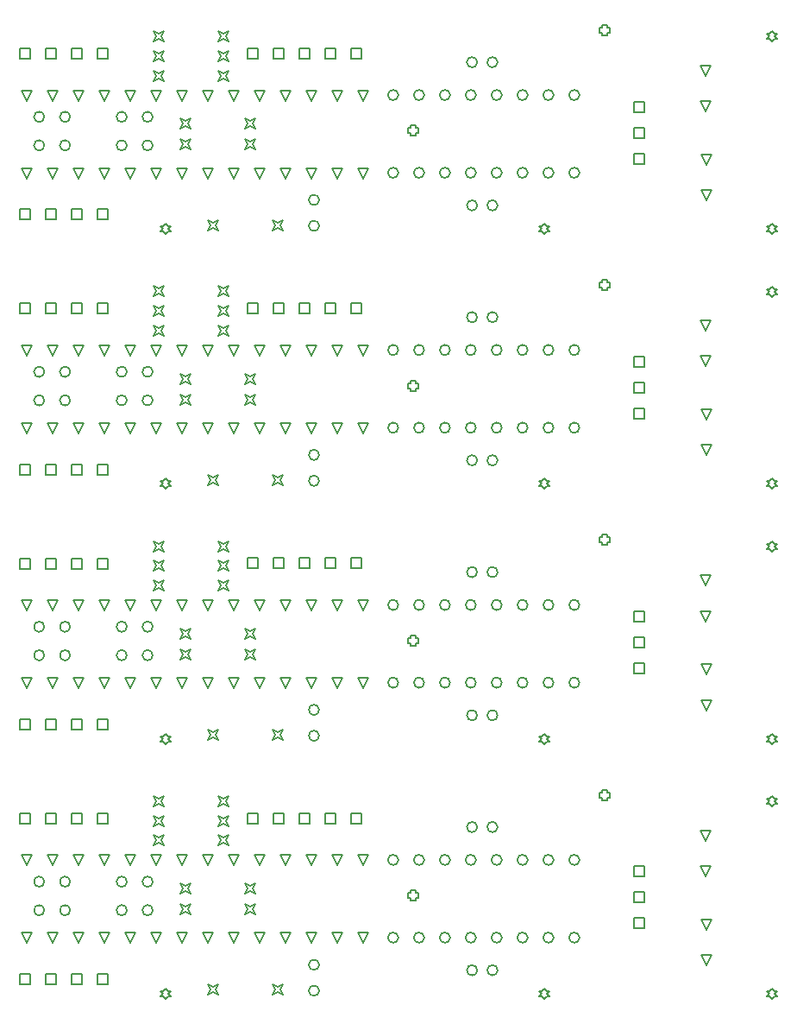
<source format=gbr>
%TF.GenerationSoftware,Altium Limited,Altium Designer,21.4.1 (30)*%
G04 Layer_Color=2752767*
%FSLAX26Y26*%
%MOIN*%
%TF.SameCoordinates,FA171619-A988-4B02-9C22-6D3C25DF24D0*%
%TF.FilePolarity,Positive*%
%TF.FileFunction,Drawing*%
%TF.Part,ProductionPanel*%
G01*
G75*
%TA.AperFunction,NonConductor*%
%ADD87C,0.005000*%
%ADD88C,0.006667*%
D87*
X2142669Y779153D02*
Y819153D01*
X2182669D01*
Y779153D01*
X2142669D01*
X2042669D02*
Y819153D01*
X2082669D01*
Y779153D01*
X2042669D01*
X1942669D02*
Y819153D01*
X1982669D01*
Y779153D01*
X1942669D01*
X1842669D02*
Y819153D01*
X1882669D01*
Y779153D01*
X1842669D01*
X1742669D02*
Y819153D01*
X1782669D01*
Y779153D01*
X1742669D01*
X3514441Y574602D02*
X3494441Y614602D01*
X3534441D01*
X3514441Y574602D01*
Y712397D02*
X3494441Y752397D01*
X3534441D01*
X3514441Y712397D01*
X3770441Y844397D02*
X3780441Y854397D01*
X3790441D01*
X3780441Y864397D01*
X3790441Y874397D01*
X3780441D01*
X3770441Y884397D01*
X3760441Y874397D01*
X3750441D01*
X3760441Y864397D01*
X3750441Y854397D01*
X3760441D01*
X3770441Y844397D01*
X1162417Y777972D02*
Y817972D01*
X1202417D01*
Y777972D01*
X1162417D01*
X1062417D02*
Y817972D01*
X1102417D01*
Y777972D01*
X1062417D01*
X962417D02*
Y817972D01*
X1002417D01*
Y777972D01*
X962417D01*
X862417D02*
Y817972D01*
X902417D01*
Y777972D01*
X862417D01*
X1378440Y769291D02*
X1388440Y789291D01*
X1378440Y809291D01*
X1398440Y799291D01*
X1418440Y809291D01*
X1408440Y789291D01*
X1418440Y769291D01*
X1398440Y779291D01*
X1378440Y769291D01*
X1628440D02*
X1638440Y789291D01*
X1628440Y809291D01*
X1648440Y799291D01*
X1668440Y809291D01*
X1658440Y789291D01*
X1668440Y769291D01*
X1648440Y779291D01*
X1628440Y769291D01*
Y693185D02*
X1638440Y713185D01*
X1628440Y733185D01*
X1648440Y723185D01*
X1668440Y733185D01*
X1658440Y713185D01*
X1668440Y693185D01*
X1648440Y703185D01*
X1628440Y693185D01*
X1378440D02*
X1388440Y713185D01*
X1378440Y733185D01*
X1398440Y723185D01*
X1418440Y733185D01*
X1408440Y713185D01*
X1418440Y693185D01*
X1398440Y703185D01*
X1378440Y693185D01*
Y845397D02*
X1388440Y865397D01*
X1378440Y885397D01*
X1398440Y875397D01*
X1418440Y885397D01*
X1408440Y865397D01*
X1418440Y845397D01*
X1398440Y855397D01*
X1378440Y845397D01*
X1628440D02*
X1638440Y865397D01*
X1628440Y885397D01*
X1648440Y875397D01*
X1668440Y885397D01*
X1658440Y865397D01*
X1668440Y845397D01*
X1648440Y855397D01*
X1628440Y845397D01*
X862023Y157397D02*
Y197397D01*
X902023D01*
Y157397D01*
X862023D01*
X962023D02*
Y197397D01*
X1002023D01*
Y157397D01*
X962023D01*
X1062023D02*
Y197397D01*
X1102023D01*
Y157397D01*
X1062023D01*
X1162023D02*
Y197397D01*
X1202023D01*
Y157397D01*
X1162023D01*
X1840222Y116397D02*
X1850222Y136397D01*
X1840222Y156397D01*
X1860222Y146397D01*
X1880222Y156397D01*
X1870222Y136397D01*
X1880222Y116397D01*
X1860222Y126397D01*
X1840222Y116397D01*
X1590222D02*
X1600222Y136397D01*
X1590222Y156397D01*
X1610222Y146397D01*
X1630222Y156397D01*
X1620222Y136397D01*
X1630222Y116397D01*
X1610222Y126397D01*
X1590222Y116397D01*
X2888441Y101397D02*
X2898441Y111397D01*
X2908441D01*
X2898441Y121397D01*
X2908441Y131397D01*
X2898441D01*
X2888441Y141397D01*
X2878441Y131397D01*
X2868441D01*
X2878441Y121397D01*
X2868441Y111397D01*
X2878441D01*
X2888441Y101397D01*
X1427440D02*
X1437440Y111397D01*
X1447440D01*
X1437440Y121397D01*
X1447440Y131397D01*
X1437440D01*
X1427440Y141397D01*
X1417440Y131397D01*
X1407440D01*
X1417440Y121397D01*
X1407440Y111397D01*
X1417440D01*
X1427440Y101397D01*
X3235441Y373397D02*
Y413397D01*
X3275441D01*
Y373397D01*
X3235441D01*
Y473397D02*
Y513397D01*
X3275441D01*
Y473397D01*
X3235441D01*
Y573397D02*
Y613397D01*
X3275441D01*
Y573397D01*
X3235441D01*
X3516338Y369295D02*
X3496338Y409295D01*
X3536338D01*
X3516338Y369295D01*
Y231500D02*
X3496338Y271500D01*
X3536338D01*
X3516338Y231500D01*
X3770441Y101397D02*
X3780441Y111397D01*
X3790441D01*
X3780441Y121397D01*
X3790441Y131397D01*
X3780441D01*
X3770441Y141397D01*
X3760441Y131397D01*
X3750441D01*
X3760441Y121397D01*
X3750441Y111397D01*
X3760441D01*
X3770441Y101397D01*
X889441Y316397D02*
X869441Y356397D01*
X909441D01*
X889441Y316397D01*
X989441D02*
X969441Y356397D01*
X1009441D01*
X989441Y316397D01*
X1089440D02*
X1069440Y356397D01*
X1109440D01*
X1089440Y316397D01*
X1189440D02*
X1169440Y356397D01*
X1209440D01*
X1189440Y316397D01*
X1289440D02*
X1269440Y356397D01*
X1309440D01*
X1289440Y316397D01*
X1389440D02*
X1369440Y356397D01*
X1409440D01*
X1389440Y316397D01*
X1489440D02*
X1469440Y356397D01*
X1509440D01*
X1489440Y316397D01*
X1589440D02*
X1569440Y356397D01*
X1609440D01*
X1589440Y316397D01*
X1689440D02*
X1669440Y356397D01*
X1709440D01*
X1689440Y316397D01*
X1789440D02*
X1769440Y356397D01*
X1809440D01*
X1789440Y316397D01*
X1889440D02*
X1869440Y356397D01*
X1909440D01*
X1889440Y316397D01*
X1989440D02*
X1969440Y356397D01*
X2009440D01*
X1989440Y316397D01*
X2089441D02*
X2069441Y356397D01*
X2109441D01*
X2089441Y316397D01*
X2189441D02*
X2169441Y356397D01*
X2209441D01*
X2189441Y316397D01*
X889441Y616397D02*
X869441Y656397D01*
X909441D01*
X889441Y616397D01*
X989441D02*
X969441Y656397D01*
X1009441D01*
X989441Y616397D01*
X1089440D02*
X1069440Y656397D01*
X1109440D01*
X1089440Y616397D01*
X1189440D02*
X1169440Y656397D01*
X1209440D01*
X1189440Y616397D01*
X1289440D02*
X1269440Y656397D01*
X1309440D01*
X1289440Y616397D01*
X1389440D02*
X1369440Y656397D01*
X1409440D01*
X1389440Y616397D01*
X1489440D02*
X1469440Y656397D01*
X1509440D01*
X1489440Y616397D01*
X1589440D02*
X1569440Y656397D01*
X1609440D01*
X1589440Y616397D01*
X1689440D02*
X1669440Y656397D01*
X1709440D01*
X1689440Y616397D01*
X1789440D02*
X1769440Y656397D01*
X1809440D01*
X1789440Y616397D01*
X1889440D02*
X1869440Y656397D01*
X1909440D01*
X1889440Y616397D01*
X1989440D02*
X1969440Y656397D01*
X2009440D01*
X1989440Y616397D01*
X2089441D02*
X2069441Y656397D01*
X2109441D01*
X2089441Y616397D01*
X2189441D02*
X2169441Y656397D01*
X2209441D01*
X2189441Y616397D01*
X1483440Y427397D02*
X1493440Y447397D01*
X1483440Y467397D01*
X1503440Y457397D01*
X1523440Y467397D01*
X1513440Y447397D01*
X1523440Y427397D01*
X1503440Y437397D01*
X1483440Y427397D01*
X1733440D02*
X1743440Y447397D01*
X1733440Y467397D01*
X1753440Y457397D01*
X1773440Y467397D01*
X1763440Y447397D01*
X1773440Y427397D01*
X1753440Y437397D01*
X1733440Y427397D01*
X1483440Y507397D02*
X1493440Y527397D01*
X1483440Y547397D01*
X1503440Y537397D01*
X1523440Y547397D01*
X1513440Y527397D01*
X1523440Y507397D01*
X1503440Y517397D01*
X1483440Y507397D01*
X1733440D02*
X1743440Y527397D01*
X1733440Y547397D01*
X1753440Y537397D01*
X1773440Y547397D01*
X1763440Y527397D01*
X1773440Y507397D01*
X1753440Y517397D01*
X1733440Y507397D01*
X3114160Y879678D02*
Y869678D01*
X3134160D01*
Y879678D01*
X3144160D01*
Y899678D01*
X3134160D01*
Y909678D01*
X3114160D01*
Y899678D01*
X3104160D01*
Y879678D01*
X3114160D01*
X2373441Y490397D02*
Y480397D01*
X2393441D01*
Y490397D01*
X2403441D01*
Y510397D01*
X2393441D01*
Y520397D01*
X2373441D01*
Y510397D01*
X2363441D01*
Y490397D01*
X2373441D01*
X2142669Y1763405D02*
Y1803405D01*
X2182669D01*
Y1763405D01*
X2142669D01*
X2042669D02*
Y1803405D01*
X2082669D01*
Y1763405D01*
X2042669D01*
X1942669D02*
Y1803405D01*
X1982669D01*
Y1763405D01*
X1942669D01*
X1842669D02*
Y1803405D01*
X1882669D01*
Y1763405D01*
X1842669D01*
X1742669D02*
Y1803405D01*
X1782669D01*
Y1763405D01*
X1742669D01*
X3514441Y1558854D02*
X3494441Y1598854D01*
X3534441D01*
X3514441Y1558854D01*
Y1696649D02*
X3494441Y1736649D01*
X3534441D01*
X3514441Y1696649D01*
X3770441Y1828649D02*
X3780441Y1838649D01*
X3790441D01*
X3780441Y1848649D01*
X3790441Y1858649D01*
X3780441D01*
X3770441Y1868649D01*
X3760441Y1858649D01*
X3750441D01*
X3760441Y1848649D01*
X3750441Y1838649D01*
X3760441D01*
X3770441Y1828649D01*
X1162417Y1762224D02*
Y1802224D01*
X1202417D01*
Y1762224D01*
X1162417D01*
X1062417D02*
Y1802224D01*
X1102417D01*
Y1762224D01*
X1062417D01*
X962417D02*
Y1802224D01*
X1002417D01*
Y1762224D01*
X962417D01*
X862417D02*
Y1802224D01*
X902417D01*
Y1762224D01*
X862417D01*
X1378440Y1753543D02*
X1388440Y1773543D01*
X1378440Y1793543D01*
X1398440Y1783543D01*
X1418440Y1793543D01*
X1408440Y1773543D01*
X1418440Y1753543D01*
X1398440Y1763543D01*
X1378440Y1753543D01*
X1628440D02*
X1638440Y1773543D01*
X1628440Y1793543D01*
X1648440Y1783543D01*
X1668440Y1793543D01*
X1658440Y1773543D01*
X1668440Y1753543D01*
X1648440Y1763543D01*
X1628440Y1753543D01*
Y1677437D02*
X1638440Y1697437D01*
X1628440Y1717437D01*
X1648440Y1707437D01*
X1668440Y1717437D01*
X1658440Y1697437D01*
X1668440Y1677437D01*
X1648440Y1687437D01*
X1628440Y1677437D01*
X1378440D02*
X1388440Y1697437D01*
X1378440Y1717437D01*
X1398440Y1707437D01*
X1418440Y1717437D01*
X1408440Y1697437D01*
X1418440Y1677437D01*
X1398440Y1687437D01*
X1378440Y1677437D01*
Y1829649D02*
X1388440Y1849649D01*
X1378440Y1869649D01*
X1398440Y1859649D01*
X1418440Y1869649D01*
X1408440Y1849649D01*
X1418440Y1829649D01*
X1398440Y1839649D01*
X1378440Y1829649D01*
X1628440D02*
X1638440Y1849649D01*
X1628440Y1869649D01*
X1648440Y1859649D01*
X1668440Y1869649D01*
X1658440Y1849649D01*
X1668440Y1829649D01*
X1648440Y1839649D01*
X1628440Y1829649D01*
X862023Y1141649D02*
Y1181649D01*
X902023D01*
Y1141649D01*
X862023D01*
X962023D02*
Y1181649D01*
X1002023D01*
Y1141649D01*
X962023D01*
X1062023D02*
Y1181649D01*
X1102023D01*
Y1141649D01*
X1062023D01*
X1162023D02*
Y1181649D01*
X1202023D01*
Y1141649D01*
X1162023D01*
X1840222Y1100649D02*
X1850222Y1120649D01*
X1840222Y1140649D01*
X1860222Y1130649D01*
X1880222Y1140649D01*
X1870222Y1120649D01*
X1880222Y1100649D01*
X1860222Y1110649D01*
X1840222Y1100649D01*
X1590222D02*
X1600222Y1120649D01*
X1590222Y1140649D01*
X1610222Y1130649D01*
X1630222Y1140649D01*
X1620222Y1120649D01*
X1630222Y1100649D01*
X1610222Y1110649D01*
X1590222Y1100649D01*
X2888441Y1085649D02*
X2898441Y1095649D01*
X2908441D01*
X2898441Y1105649D01*
X2908441Y1115649D01*
X2898441D01*
X2888441Y1125649D01*
X2878441Y1115649D01*
X2868441D01*
X2878441Y1105649D01*
X2868441Y1095649D01*
X2878441D01*
X2888441Y1085649D01*
X1427440D02*
X1437440Y1095649D01*
X1447440D01*
X1437440Y1105649D01*
X1447440Y1115649D01*
X1437440D01*
X1427440Y1125649D01*
X1417440Y1115649D01*
X1407440D01*
X1417440Y1105649D01*
X1407440Y1095649D01*
X1417440D01*
X1427440Y1085649D01*
X3235441Y1357649D02*
Y1397649D01*
X3275441D01*
Y1357649D01*
X3235441D01*
Y1457649D02*
Y1497649D01*
X3275441D01*
Y1457649D01*
X3235441D01*
Y1557649D02*
Y1597649D01*
X3275441D01*
Y1557649D01*
X3235441D01*
X3516338Y1353547D02*
X3496338Y1393547D01*
X3536338D01*
X3516338Y1353547D01*
Y1215752D02*
X3496338Y1255752D01*
X3536338D01*
X3516338Y1215752D01*
X3770441Y1085649D02*
X3780441Y1095649D01*
X3790441D01*
X3780441Y1105649D01*
X3790441Y1115649D01*
X3780441D01*
X3770441Y1125649D01*
X3760441Y1115649D01*
X3750441D01*
X3760441Y1105649D01*
X3750441Y1095649D01*
X3760441D01*
X3770441Y1085649D01*
X889441Y1300649D02*
X869441Y1340649D01*
X909441D01*
X889441Y1300649D01*
X989441D02*
X969441Y1340649D01*
X1009441D01*
X989441Y1300649D01*
X1089440D02*
X1069440Y1340649D01*
X1109440D01*
X1089440Y1300649D01*
X1189440D02*
X1169440Y1340649D01*
X1209440D01*
X1189440Y1300649D01*
X1289440D02*
X1269440Y1340649D01*
X1309440D01*
X1289440Y1300649D01*
X1389440D02*
X1369440Y1340649D01*
X1409440D01*
X1389440Y1300649D01*
X1489440D02*
X1469440Y1340649D01*
X1509440D01*
X1489440Y1300649D01*
X1589440D02*
X1569440Y1340649D01*
X1609440D01*
X1589440Y1300649D01*
X1689440D02*
X1669440Y1340649D01*
X1709440D01*
X1689440Y1300649D01*
X1789440D02*
X1769440Y1340649D01*
X1809440D01*
X1789440Y1300649D01*
X1889440D02*
X1869440Y1340649D01*
X1909440D01*
X1889440Y1300649D01*
X1989440D02*
X1969440Y1340649D01*
X2009440D01*
X1989440Y1300649D01*
X2089441D02*
X2069441Y1340649D01*
X2109441D01*
X2089441Y1300649D01*
X2189441D02*
X2169441Y1340649D01*
X2209441D01*
X2189441Y1300649D01*
X889441Y1600649D02*
X869441Y1640649D01*
X909441D01*
X889441Y1600649D01*
X989441D02*
X969441Y1640649D01*
X1009441D01*
X989441Y1600649D01*
X1089440D02*
X1069440Y1640649D01*
X1109440D01*
X1089440Y1600649D01*
X1189440D02*
X1169440Y1640649D01*
X1209440D01*
X1189440Y1600649D01*
X1289440D02*
X1269440Y1640649D01*
X1309440D01*
X1289440Y1600649D01*
X1389440D02*
X1369440Y1640649D01*
X1409440D01*
X1389440Y1600649D01*
X1489440D02*
X1469440Y1640649D01*
X1509440D01*
X1489440Y1600649D01*
X1589440D02*
X1569440Y1640649D01*
X1609440D01*
X1589440Y1600649D01*
X1689440D02*
X1669440Y1640649D01*
X1709440D01*
X1689440Y1600649D01*
X1789440D02*
X1769440Y1640649D01*
X1809440D01*
X1789440Y1600649D01*
X1889440D02*
X1869440Y1640649D01*
X1909440D01*
X1889440Y1600649D01*
X1989440D02*
X1969440Y1640649D01*
X2009440D01*
X1989440Y1600649D01*
X2089441D02*
X2069441Y1640649D01*
X2109441D01*
X2089441Y1600649D01*
X2189441D02*
X2169441Y1640649D01*
X2209441D01*
X2189441Y1600649D01*
X1483440Y1411649D02*
X1493440Y1431649D01*
X1483440Y1451649D01*
X1503440Y1441649D01*
X1523440Y1451649D01*
X1513440Y1431649D01*
X1523440Y1411649D01*
X1503440Y1421649D01*
X1483440Y1411649D01*
X1733440D02*
X1743440Y1431649D01*
X1733440Y1451649D01*
X1753440Y1441649D01*
X1773440Y1451649D01*
X1763440Y1431649D01*
X1773440Y1411649D01*
X1753440Y1421649D01*
X1733440Y1411649D01*
X1483440Y1491649D02*
X1493440Y1511649D01*
X1483440Y1531649D01*
X1503440Y1521649D01*
X1523440Y1531649D01*
X1513440Y1511649D01*
X1523440Y1491649D01*
X1503440Y1501649D01*
X1483440Y1491649D01*
X1733440D02*
X1743440Y1511649D01*
X1733440Y1531649D01*
X1753440Y1521649D01*
X1773440Y1531649D01*
X1763440Y1511649D01*
X1773440Y1491649D01*
X1753440Y1501649D01*
X1733440Y1491649D01*
X3114160Y1863930D02*
Y1853930D01*
X3134160D01*
Y1863930D01*
X3144160D01*
Y1883930D01*
X3134160D01*
Y1893930D01*
X3114160D01*
Y1883930D01*
X3104160D01*
Y1863930D01*
X3114160D01*
X2373441Y1474649D02*
Y1464649D01*
X2393441D01*
Y1474649D01*
X2403441D01*
Y1494649D01*
X2393441D01*
Y1504649D01*
X2373441D01*
Y1494649D01*
X2363441D01*
Y1474649D01*
X2373441D01*
X2142669Y2747657D02*
Y2787657D01*
X2182669D01*
Y2747657D01*
X2142669D01*
X2042669D02*
Y2787657D01*
X2082669D01*
Y2747657D01*
X2042669D01*
X1942669D02*
Y2787657D01*
X1982669D01*
Y2747657D01*
X1942669D01*
X1842669D02*
Y2787657D01*
X1882669D01*
Y2747657D01*
X1842669D01*
X1742669D02*
Y2787657D01*
X1782669D01*
Y2747657D01*
X1742669D01*
X3514441Y2543106D02*
X3494441Y2583106D01*
X3534441D01*
X3514441Y2543106D01*
Y2680901D02*
X3494441Y2720901D01*
X3534441D01*
X3514441Y2680901D01*
X3770441Y2812901D02*
X3780441Y2822901D01*
X3790441D01*
X3780441Y2832901D01*
X3790441Y2842901D01*
X3780441D01*
X3770441Y2852901D01*
X3760441Y2842901D01*
X3750441D01*
X3760441Y2832901D01*
X3750441Y2822901D01*
X3760441D01*
X3770441Y2812901D01*
X1162417Y2746476D02*
Y2786476D01*
X1202417D01*
Y2746476D01*
X1162417D01*
X1062417D02*
Y2786476D01*
X1102417D01*
Y2746476D01*
X1062417D01*
X962417D02*
Y2786476D01*
X1002417D01*
Y2746476D01*
X962417D01*
X862417D02*
Y2786476D01*
X902417D01*
Y2746476D01*
X862417D01*
X1378440Y2737795D02*
X1388440Y2757795D01*
X1378440Y2777795D01*
X1398440Y2767795D01*
X1418440Y2777795D01*
X1408440Y2757795D01*
X1418440Y2737795D01*
X1398440Y2747795D01*
X1378440Y2737795D01*
X1628440D02*
X1638440Y2757795D01*
X1628440Y2777795D01*
X1648440Y2767795D01*
X1668440Y2777795D01*
X1658440Y2757795D01*
X1668440Y2737795D01*
X1648440Y2747795D01*
X1628440Y2737795D01*
Y2661689D02*
X1638440Y2681689D01*
X1628440Y2701689D01*
X1648440Y2691689D01*
X1668440Y2701689D01*
X1658440Y2681689D01*
X1668440Y2661689D01*
X1648440Y2671689D01*
X1628440Y2661689D01*
X1378440D02*
X1388440Y2681689D01*
X1378440Y2701689D01*
X1398440Y2691689D01*
X1418440Y2701689D01*
X1408440Y2681689D01*
X1418440Y2661689D01*
X1398440Y2671689D01*
X1378440Y2661689D01*
Y2813901D02*
X1388440Y2833901D01*
X1378440Y2853901D01*
X1398440Y2843901D01*
X1418440Y2853901D01*
X1408440Y2833901D01*
X1418440Y2813901D01*
X1398440Y2823901D01*
X1378440Y2813901D01*
X1628440D02*
X1638440Y2833901D01*
X1628440Y2853901D01*
X1648440Y2843901D01*
X1668440Y2853901D01*
X1658440Y2833901D01*
X1668440Y2813901D01*
X1648440Y2823901D01*
X1628440Y2813901D01*
X862023Y2125901D02*
Y2165901D01*
X902023D01*
Y2125901D01*
X862023D01*
X962023D02*
Y2165901D01*
X1002023D01*
Y2125901D01*
X962023D01*
X1062023D02*
Y2165901D01*
X1102023D01*
Y2125901D01*
X1062023D01*
X1162023D02*
Y2165901D01*
X1202023D01*
Y2125901D01*
X1162023D01*
X1840222Y2084901D02*
X1850222Y2104901D01*
X1840222Y2124901D01*
X1860222Y2114901D01*
X1880222Y2124901D01*
X1870222Y2104901D01*
X1880222Y2084901D01*
X1860222Y2094901D01*
X1840222Y2084901D01*
X1590222D02*
X1600222Y2104901D01*
X1590222Y2124901D01*
X1610222Y2114901D01*
X1630222Y2124901D01*
X1620222Y2104901D01*
X1630222Y2084901D01*
X1610222Y2094901D01*
X1590222Y2084901D01*
X2888441Y2069901D02*
X2898441Y2079901D01*
X2908441D01*
X2898441Y2089901D01*
X2908441Y2099901D01*
X2898441D01*
X2888441Y2109901D01*
X2878441Y2099901D01*
X2868441D01*
X2878441Y2089901D01*
X2868441Y2079901D01*
X2878441D01*
X2888441Y2069901D01*
X1427440D02*
X1437440Y2079901D01*
X1447440D01*
X1437440Y2089901D01*
X1447440Y2099901D01*
X1437440D01*
X1427440Y2109901D01*
X1417440Y2099901D01*
X1407440D01*
X1417440Y2089901D01*
X1407440Y2079901D01*
X1417440D01*
X1427440Y2069901D01*
X3235441Y2341901D02*
Y2381901D01*
X3275441D01*
Y2341901D01*
X3235441D01*
Y2441901D02*
Y2481901D01*
X3275441D01*
Y2441901D01*
X3235441D01*
Y2541901D02*
Y2581901D01*
X3275441D01*
Y2541901D01*
X3235441D01*
X3516338Y2337799D02*
X3496338Y2377799D01*
X3536338D01*
X3516338Y2337799D01*
Y2200004D02*
X3496338Y2240004D01*
X3536338D01*
X3516338Y2200004D01*
X3770441Y2069901D02*
X3780441Y2079901D01*
X3790441D01*
X3780441Y2089901D01*
X3790441Y2099901D01*
X3780441D01*
X3770441Y2109901D01*
X3760441Y2099901D01*
X3750441D01*
X3760441Y2089901D01*
X3750441Y2079901D01*
X3760441D01*
X3770441Y2069901D01*
X889441Y2284901D02*
X869441Y2324901D01*
X909441D01*
X889441Y2284901D01*
X989441D02*
X969441Y2324901D01*
X1009441D01*
X989441Y2284901D01*
X1089440D02*
X1069440Y2324901D01*
X1109440D01*
X1089440Y2284901D01*
X1189440D02*
X1169440Y2324901D01*
X1209440D01*
X1189440Y2284901D01*
X1289440D02*
X1269440Y2324901D01*
X1309440D01*
X1289440Y2284901D01*
X1389440D02*
X1369440Y2324901D01*
X1409440D01*
X1389440Y2284901D01*
X1489440D02*
X1469440Y2324901D01*
X1509440D01*
X1489440Y2284901D01*
X1589440D02*
X1569440Y2324901D01*
X1609440D01*
X1589440Y2284901D01*
X1689440D02*
X1669440Y2324901D01*
X1709440D01*
X1689440Y2284901D01*
X1789440D02*
X1769440Y2324901D01*
X1809440D01*
X1789440Y2284901D01*
X1889440D02*
X1869440Y2324901D01*
X1909440D01*
X1889440Y2284901D01*
X1989440D02*
X1969440Y2324901D01*
X2009440D01*
X1989440Y2284901D01*
X2089441D02*
X2069441Y2324901D01*
X2109441D01*
X2089441Y2284901D01*
X2189441D02*
X2169441Y2324901D01*
X2209441D01*
X2189441Y2284901D01*
X889441Y2584901D02*
X869441Y2624901D01*
X909441D01*
X889441Y2584901D01*
X989441D02*
X969441Y2624901D01*
X1009441D01*
X989441Y2584901D01*
X1089440D02*
X1069440Y2624901D01*
X1109440D01*
X1089440Y2584901D01*
X1189440D02*
X1169440Y2624901D01*
X1209440D01*
X1189440Y2584901D01*
X1289440D02*
X1269440Y2624901D01*
X1309440D01*
X1289440Y2584901D01*
X1389440D02*
X1369440Y2624901D01*
X1409440D01*
X1389440Y2584901D01*
X1489440D02*
X1469440Y2624901D01*
X1509440D01*
X1489440Y2584901D01*
X1589440D02*
X1569440Y2624901D01*
X1609440D01*
X1589440Y2584901D01*
X1689440D02*
X1669440Y2624901D01*
X1709440D01*
X1689440Y2584901D01*
X1789440D02*
X1769440Y2624901D01*
X1809440D01*
X1789440Y2584901D01*
X1889440D02*
X1869440Y2624901D01*
X1909440D01*
X1889440Y2584901D01*
X1989440D02*
X1969440Y2624901D01*
X2009440D01*
X1989440Y2584901D01*
X2089441D02*
X2069441Y2624901D01*
X2109441D01*
X2089441Y2584901D01*
X2189441D02*
X2169441Y2624901D01*
X2209441D01*
X2189441Y2584901D01*
X1483440Y2395901D02*
X1493440Y2415901D01*
X1483440Y2435901D01*
X1503440Y2425901D01*
X1523440Y2435901D01*
X1513440Y2415901D01*
X1523440Y2395901D01*
X1503440Y2405901D01*
X1483440Y2395901D01*
X1733440D02*
X1743440Y2415901D01*
X1733440Y2435901D01*
X1753440Y2425901D01*
X1773440Y2435901D01*
X1763440Y2415901D01*
X1773440Y2395901D01*
X1753440Y2405901D01*
X1733440Y2395901D01*
X1483440Y2475901D02*
X1493440Y2495901D01*
X1483440Y2515901D01*
X1503440Y2505901D01*
X1523440Y2515901D01*
X1513440Y2495901D01*
X1523440Y2475901D01*
X1503440Y2485901D01*
X1483440Y2475901D01*
X1733440D02*
X1743440Y2495901D01*
X1733440Y2515901D01*
X1753440Y2505901D01*
X1773440Y2515901D01*
X1763440Y2495901D01*
X1773440Y2475901D01*
X1753440Y2485901D01*
X1733440Y2475901D01*
X3114160Y2848182D02*
Y2838182D01*
X3134160D01*
Y2848182D01*
X3144160D01*
Y2868182D01*
X3134160D01*
Y2878182D01*
X3114160D01*
Y2868182D01*
X3104160D01*
Y2848182D01*
X3114160D01*
X2373441Y2458901D02*
Y2448901D01*
X2393441D01*
Y2458901D01*
X2403441D01*
Y2478901D01*
X2393441D01*
Y2488901D01*
X2373441D01*
Y2478901D01*
X2363441D01*
Y2458901D01*
X2373441D01*
X2142669Y3731909D02*
Y3771909D01*
X2182669D01*
Y3731909D01*
X2142669D01*
X2042669D02*
Y3771909D01*
X2082669D01*
Y3731909D01*
X2042669D01*
X1942669D02*
Y3771909D01*
X1982669D01*
Y3731909D01*
X1942669D01*
X1842669D02*
Y3771909D01*
X1882669D01*
Y3731909D01*
X1842669D01*
X1742669D02*
Y3771909D01*
X1782669D01*
Y3731909D01*
X1742669D01*
X3514441Y3527358D02*
X3494441Y3567358D01*
X3534441D01*
X3514441Y3527358D01*
Y3665153D02*
X3494441Y3705153D01*
X3534441D01*
X3514441Y3665153D01*
X3770441Y3797153D02*
X3780441Y3807153D01*
X3790441D01*
X3780441Y3817153D01*
X3790441Y3827153D01*
X3780441D01*
X3770441Y3837153D01*
X3760441Y3827153D01*
X3750441D01*
X3760441Y3817153D01*
X3750441Y3807153D01*
X3760441D01*
X3770441Y3797153D01*
X1162417Y3730728D02*
Y3770728D01*
X1202417D01*
Y3730728D01*
X1162417D01*
X1062417D02*
Y3770728D01*
X1102417D01*
Y3730728D01*
X1062417D01*
X962417D02*
Y3770728D01*
X1002417D01*
Y3730728D01*
X962417D01*
X862417D02*
Y3770728D01*
X902417D01*
Y3730728D01*
X862417D01*
X1378440Y3722047D02*
X1388440Y3742047D01*
X1378440Y3762047D01*
X1398440Y3752047D01*
X1418440Y3762047D01*
X1408440Y3742047D01*
X1418440Y3722047D01*
X1398440Y3732047D01*
X1378440Y3722047D01*
X1628440D02*
X1638440Y3742047D01*
X1628440Y3762047D01*
X1648440Y3752047D01*
X1668440Y3762047D01*
X1658440Y3742047D01*
X1668440Y3722047D01*
X1648440Y3732047D01*
X1628440Y3722047D01*
Y3645941D02*
X1638440Y3665941D01*
X1628440Y3685941D01*
X1648440Y3675941D01*
X1668440Y3685941D01*
X1658440Y3665941D01*
X1668440Y3645941D01*
X1648440Y3655941D01*
X1628440Y3645941D01*
X1378440D02*
X1388440Y3665941D01*
X1378440Y3685941D01*
X1398440Y3675941D01*
X1418440Y3685941D01*
X1408440Y3665941D01*
X1418440Y3645941D01*
X1398440Y3655941D01*
X1378440Y3645941D01*
Y3798153D02*
X1388440Y3818153D01*
X1378440Y3838153D01*
X1398440Y3828153D01*
X1418440Y3838153D01*
X1408440Y3818153D01*
X1418440Y3798153D01*
X1398440Y3808153D01*
X1378440Y3798153D01*
X1628440D02*
X1638440Y3818153D01*
X1628440Y3838153D01*
X1648440Y3828153D01*
X1668440Y3838153D01*
X1658440Y3818153D01*
X1668440Y3798153D01*
X1648440Y3808153D01*
X1628440Y3798153D01*
X862023Y3110153D02*
Y3150153D01*
X902023D01*
Y3110153D01*
X862023D01*
X962023D02*
Y3150153D01*
X1002023D01*
Y3110153D01*
X962023D01*
X1062023D02*
Y3150153D01*
X1102023D01*
Y3110153D01*
X1062023D01*
X1162023D02*
Y3150153D01*
X1202023D01*
Y3110153D01*
X1162023D01*
X1840222Y3069153D02*
X1850222Y3089153D01*
X1840222Y3109153D01*
X1860222Y3099153D01*
X1880222Y3109153D01*
X1870222Y3089153D01*
X1880222Y3069153D01*
X1860222Y3079153D01*
X1840222Y3069153D01*
X1590222D02*
X1600222Y3089153D01*
X1590222Y3109153D01*
X1610222Y3099153D01*
X1630222Y3109153D01*
X1620222Y3089153D01*
X1630222Y3069153D01*
X1610222Y3079153D01*
X1590222Y3069153D01*
X2888441Y3054153D02*
X2898441Y3064153D01*
X2908441D01*
X2898441Y3074153D01*
X2908441Y3084153D01*
X2898441D01*
X2888441Y3094153D01*
X2878441Y3084153D01*
X2868441D01*
X2878441Y3074153D01*
X2868441Y3064153D01*
X2878441D01*
X2888441Y3054153D01*
X1427440D02*
X1437440Y3064153D01*
X1447440D01*
X1437440Y3074153D01*
X1447440Y3084153D01*
X1437440D01*
X1427440Y3094153D01*
X1417440Y3084153D01*
X1407440D01*
X1417440Y3074153D01*
X1407440Y3064153D01*
X1417440D01*
X1427440Y3054153D01*
X3235441Y3326153D02*
Y3366153D01*
X3275441D01*
Y3326153D01*
X3235441D01*
Y3426153D02*
Y3466153D01*
X3275441D01*
Y3426153D01*
X3235441D01*
Y3526153D02*
Y3566153D01*
X3275441D01*
Y3526153D01*
X3235441D01*
X3516338Y3322051D02*
X3496338Y3362051D01*
X3536338D01*
X3516338Y3322051D01*
Y3184256D02*
X3496338Y3224256D01*
X3536338D01*
X3516338Y3184256D01*
X3770441Y3054153D02*
X3780441Y3064153D01*
X3790441D01*
X3780441Y3074153D01*
X3790441Y3084153D01*
X3780441D01*
X3770441Y3094153D01*
X3760441Y3084153D01*
X3750441D01*
X3760441Y3074153D01*
X3750441Y3064153D01*
X3760441D01*
X3770441Y3054153D01*
X889441Y3269153D02*
X869441Y3309153D01*
X909441D01*
X889441Y3269153D01*
X989441D02*
X969441Y3309153D01*
X1009441D01*
X989441Y3269153D01*
X1089440D02*
X1069440Y3309153D01*
X1109440D01*
X1089440Y3269153D01*
X1189440D02*
X1169440Y3309153D01*
X1209440D01*
X1189440Y3269153D01*
X1289440D02*
X1269440Y3309153D01*
X1309440D01*
X1289440Y3269153D01*
X1389440D02*
X1369440Y3309153D01*
X1409440D01*
X1389440Y3269153D01*
X1489440D02*
X1469440Y3309153D01*
X1509440D01*
X1489440Y3269153D01*
X1589440D02*
X1569440Y3309153D01*
X1609440D01*
X1589440Y3269153D01*
X1689440D02*
X1669440Y3309153D01*
X1709440D01*
X1689440Y3269153D01*
X1789440D02*
X1769440Y3309153D01*
X1809440D01*
X1789440Y3269153D01*
X1889440D02*
X1869440Y3309153D01*
X1909440D01*
X1889440Y3269153D01*
X1989440D02*
X1969440Y3309153D01*
X2009440D01*
X1989440Y3269153D01*
X2089441D02*
X2069441Y3309153D01*
X2109441D01*
X2089441Y3269153D01*
X2189441D02*
X2169441Y3309153D01*
X2209441D01*
X2189441Y3269153D01*
X889441Y3569153D02*
X869441Y3609153D01*
X909441D01*
X889441Y3569153D01*
X989441D02*
X969441Y3609153D01*
X1009441D01*
X989441Y3569153D01*
X1089440D02*
X1069440Y3609153D01*
X1109440D01*
X1089440Y3569153D01*
X1189440D02*
X1169440Y3609153D01*
X1209440D01*
X1189440Y3569153D01*
X1289440D02*
X1269440Y3609153D01*
X1309440D01*
X1289440Y3569153D01*
X1389440D02*
X1369440Y3609153D01*
X1409440D01*
X1389440Y3569153D01*
X1489440D02*
X1469440Y3609153D01*
X1509440D01*
X1489440Y3569153D01*
X1589440D02*
X1569440Y3609153D01*
X1609440D01*
X1589440Y3569153D01*
X1689440D02*
X1669440Y3609153D01*
X1709440D01*
X1689440Y3569153D01*
X1789440D02*
X1769440Y3609153D01*
X1809440D01*
X1789440Y3569153D01*
X1889440D02*
X1869440Y3609153D01*
X1909440D01*
X1889440Y3569153D01*
X1989440D02*
X1969440Y3609153D01*
X2009440D01*
X1989440Y3569153D01*
X2089441D02*
X2069441Y3609153D01*
X2109441D01*
X2089441Y3569153D01*
X2189441D02*
X2169441Y3609153D01*
X2209441D01*
X2189441Y3569153D01*
X1483440Y3380153D02*
X1493440Y3400153D01*
X1483440Y3420153D01*
X1503440Y3410153D01*
X1523440Y3420153D01*
X1513440Y3400153D01*
X1523440Y3380153D01*
X1503440Y3390153D01*
X1483440Y3380153D01*
X1733440D02*
X1743440Y3400153D01*
X1733440Y3420153D01*
X1753440Y3410153D01*
X1773440Y3420153D01*
X1763440Y3400153D01*
X1773440Y3380153D01*
X1753440Y3390153D01*
X1733440Y3380153D01*
X1483440Y3460153D02*
X1493440Y3480153D01*
X1483440Y3500153D01*
X1503440Y3490153D01*
X1523440Y3500153D01*
X1513440Y3480153D01*
X1523440Y3460153D01*
X1503440Y3470153D01*
X1483440Y3460153D01*
X1733440D02*
X1743440Y3480153D01*
X1733440Y3500153D01*
X1753440Y3490153D01*
X1773440Y3500153D01*
X1763440Y3480153D01*
X1773440Y3460153D01*
X1753440Y3470153D01*
X1733440Y3460153D01*
X3114160Y3832434D02*
Y3822434D01*
X3134160D01*
Y3832434D01*
X3144160D01*
Y3852434D01*
X3134160D01*
Y3862434D01*
X3114160D01*
Y3852434D01*
X3104160D01*
Y3832434D01*
X3114160D01*
X2373441Y3443153D02*
Y3433153D01*
X2393441D01*
Y3443153D01*
X2403441D01*
Y3463153D01*
X2393441D01*
Y3473153D01*
X2373441D01*
Y3463153D01*
X2363441D01*
Y3443153D01*
X2373441D01*
D88*
X2325441Y338366D02*
G03*
X2325441Y338366I-20000J0D01*
G01*
X2425441D02*
G03*
X2425441Y338366I-20000J0D01*
G01*
X2525441D02*
G03*
X2525441Y338366I-20000J0D01*
G01*
X2625441D02*
G03*
X2625441Y338366I-20000J0D01*
G01*
X2725441D02*
G03*
X2725441Y338366I-20000J0D01*
G01*
X2825441D02*
G03*
X2825441Y338366I-20000J0D01*
G01*
X2925441D02*
G03*
X2925441Y338366I-20000J0D01*
G01*
X3025441D02*
G03*
X3025441Y338366I-20000J0D01*
G01*
X2325441Y638366D02*
G03*
X2325441Y638366I-20000J0D01*
G01*
X2425441D02*
G03*
X2425441Y638366I-20000J0D01*
G01*
X2525441D02*
G03*
X2525441Y638366I-20000J0D01*
G01*
X2625441D02*
G03*
X2625441Y638366I-20000J0D01*
G01*
X2725441D02*
G03*
X2725441Y638366I-20000J0D01*
G01*
X2825441D02*
G03*
X2825441Y638366I-20000J0D01*
G01*
X2925441D02*
G03*
X2925441Y638366I-20000J0D01*
G01*
X3025441D02*
G03*
X3025441Y638366I-20000J0D01*
G01*
X2630362Y765103D02*
G03*
X2630362Y765103I-20000J0D01*
G01*
X2709102D02*
G03*
X2709102Y765103I-20000J0D01*
G01*
X2019440Y133397D02*
G03*
X2019440Y133397I-20000J0D01*
G01*
Y233397D02*
G03*
X2019440Y233397I-20000J0D01*
G01*
X2709102Y212397D02*
G03*
X2709102Y212397I-20000J0D01*
G01*
X2630362D02*
G03*
X2630362Y212397I-20000J0D01*
G01*
X1057440Y444075D02*
G03*
X1057440Y444075I-20000J0D01*
G01*
Y554311D02*
G03*
X1057440Y554311I-20000J0D01*
G01*
X957441Y444075D02*
G03*
X957441Y444075I-20000J0D01*
G01*
Y554311D02*
G03*
X957441Y554311I-20000J0D01*
G01*
X1376440Y444075D02*
G03*
X1376440Y444075I-20000J0D01*
G01*
Y554311D02*
G03*
X1376440Y554311I-20000J0D01*
G01*
X1276440Y444075D02*
G03*
X1276440Y444075I-20000J0D01*
G01*
Y554311D02*
G03*
X1276440Y554311I-20000J0D01*
G01*
X2325441Y1322618D02*
G03*
X2325441Y1322618I-20000J0D01*
G01*
X2425441D02*
G03*
X2425441Y1322618I-20000J0D01*
G01*
X2525441D02*
G03*
X2525441Y1322618I-20000J0D01*
G01*
X2625441D02*
G03*
X2625441Y1322618I-20000J0D01*
G01*
X2725441D02*
G03*
X2725441Y1322618I-20000J0D01*
G01*
X2825441D02*
G03*
X2825441Y1322618I-20000J0D01*
G01*
X2925441D02*
G03*
X2925441Y1322618I-20000J0D01*
G01*
X3025441D02*
G03*
X3025441Y1322618I-20000J0D01*
G01*
X2325441Y1622618D02*
G03*
X2325441Y1622618I-20000J0D01*
G01*
X2425441D02*
G03*
X2425441Y1622618I-20000J0D01*
G01*
X2525441D02*
G03*
X2525441Y1622618I-20000J0D01*
G01*
X2625441D02*
G03*
X2625441Y1622618I-20000J0D01*
G01*
X2725441D02*
G03*
X2725441Y1622618I-20000J0D01*
G01*
X2825441D02*
G03*
X2825441Y1622618I-20000J0D01*
G01*
X2925441D02*
G03*
X2925441Y1622618I-20000J0D01*
G01*
X3025441D02*
G03*
X3025441Y1622618I-20000J0D01*
G01*
X2630362Y1749355D02*
G03*
X2630362Y1749355I-20000J0D01*
G01*
X2709102D02*
G03*
X2709102Y1749355I-20000J0D01*
G01*
X2019440Y1117649D02*
G03*
X2019440Y1117649I-20000J0D01*
G01*
Y1217649D02*
G03*
X2019440Y1217649I-20000J0D01*
G01*
X2709102Y1196649D02*
G03*
X2709102Y1196649I-20000J0D01*
G01*
X2630362D02*
G03*
X2630362Y1196649I-20000J0D01*
G01*
X1057440Y1428327D02*
G03*
X1057440Y1428327I-20000J0D01*
G01*
Y1538563D02*
G03*
X1057440Y1538563I-20000J0D01*
G01*
X957441Y1428327D02*
G03*
X957441Y1428327I-20000J0D01*
G01*
Y1538563D02*
G03*
X957441Y1538563I-20000J0D01*
G01*
X1376440Y1428327D02*
G03*
X1376440Y1428327I-20000J0D01*
G01*
Y1538563D02*
G03*
X1376440Y1538563I-20000J0D01*
G01*
X1276440Y1428327D02*
G03*
X1276440Y1428327I-20000J0D01*
G01*
Y1538563D02*
G03*
X1276440Y1538563I-20000J0D01*
G01*
X2325441Y2306870D02*
G03*
X2325441Y2306870I-20000J0D01*
G01*
X2425441D02*
G03*
X2425441Y2306870I-20000J0D01*
G01*
X2525441D02*
G03*
X2525441Y2306870I-20000J0D01*
G01*
X2625441D02*
G03*
X2625441Y2306870I-20000J0D01*
G01*
X2725441D02*
G03*
X2725441Y2306870I-20000J0D01*
G01*
X2825441D02*
G03*
X2825441Y2306870I-20000J0D01*
G01*
X2925441D02*
G03*
X2925441Y2306870I-20000J0D01*
G01*
X3025441D02*
G03*
X3025441Y2306870I-20000J0D01*
G01*
X2325441Y2606870D02*
G03*
X2325441Y2606870I-20000J0D01*
G01*
X2425441D02*
G03*
X2425441Y2606870I-20000J0D01*
G01*
X2525441D02*
G03*
X2525441Y2606870I-20000J0D01*
G01*
X2625441D02*
G03*
X2625441Y2606870I-20000J0D01*
G01*
X2725441D02*
G03*
X2725441Y2606870I-20000J0D01*
G01*
X2825441D02*
G03*
X2825441Y2606870I-20000J0D01*
G01*
X2925441D02*
G03*
X2925441Y2606870I-20000J0D01*
G01*
X3025441D02*
G03*
X3025441Y2606870I-20000J0D01*
G01*
X2630362Y2733607D02*
G03*
X2630362Y2733607I-20000J0D01*
G01*
X2709102D02*
G03*
X2709102Y2733607I-20000J0D01*
G01*
X2019440Y2101901D02*
G03*
X2019440Y2101901I-20000J0D01*
G01*
Y2201901D02*
G03*
X2019440Y2201901I-20000J0D01*
G01*
X2709102Y2180901D02*
G03*
X2709102Y2180901I-20000J0D01*
G01*
X2630362D02*
G03*
X2630362Y2180901I-20000J0D01*
G01*
X1057440Y2412579D02*
G03*
X1057440Y2412579I-20000J0D01*
G01*
Y2522815D02*
G03*
X1057440Y2522815I-20000J0D01*
G01*
X957441Y2412579D02*
G03*
X957441Y2412579I-20000J0D01*
G01*
Y2522815D02*
G03*
X957441Y2522815I-20000J0D01*
G01*
X1376440Y2412579D02*
G03*
X1376440Y2412579I-20000J0D01*
G01*
Y2522815D02*
G03*
X1376440Y2522815I-20000J0D01*
G01*
X1276440Y2412579D02*
G03*
X1276440Y2412579I-20000J0D01*
G01*
Y2522815D02*
G03*
X1276440Y2522815I-20000J0D01*
G01*
X2325441Y3291122D02*
G03*
X2325441Y3291122I-20000J0D01*
G01*
X2425441D02*
G03*
X2425441Y3291122I-20000J0D01*
G01*
X2525441D02*
G03*
X2525441Y3291122I-20000J0D01*
G01*
X2625441D02*
G03*
X2625441Y3291122I-20000J0D01*
G01*
X2725441D02*
G03*
X2725441Y3291122I-20000J0D01*
G01*
X2825441D02*
G03*
X2825441Y3291122I-20000J0D01*
G01*
X2925441D02*
G03*
X2925441Y3291122I-20000J0D01*
G01*
X3025441D02*
G03*
X3025441Y3291122I-20000J0D01*
G01*
X2325441Y3591122D02*
G03*
X2325441Y3591122I-20000J0D01*
G01*
X2425441D02*
G03*
X2425441Y3591122I-20000J0D01*
G01*
X2525441D02*
G03*
X2525441Y3591122I-20000J0D01*
G01*
X2625441D02*
G03*
X2625441Y3591122I-20000J0D01*
G01*
X2725441D02*
G03*
X2725441Y3591122I-20000J0D01*
G01*
X2825441D02*
G03*
X2825441Y3591122I-20000J0D01*
G01*
X2925441D02*
G03*
X2925441Y3591122I-20000J0D01*
G01*
X3025441D02*
G03*
X3025441Y3591122I-20000J0D01*
G01*
X2630362Y3717859D02*
G03*
X2630362Y3717859I-20000J0D01*
G01*
X2709102D02*
G03*
X2709102Y3717859I-20000J0D01*
G01*
X2019440Y3086153D02*
G03*
X2019440Y3086153I-20000J0D01*
G01*
Y3186153D02*
G03*
X2019440Y3186153I-20000J0D01*
G01*
X2709102Y3165153D02*
G03*
X2709102Y3165153I-20000J0D01*
G01*
X2630362D02*
G03*
X2630362Y3165153I-20000J0D01*
G01*
X1057440Y3396831D02*
G03*
X1057440Y3396831I-20000J0D01*
G01*
Y3507067D02*
G03*
X1057440Y3507067I-20000J0D01*
G01*
X957441Y3396831D02*
G03*
X957441Y3396831I-20000J0D01*
G01*
Y3507067D02*
G03*
X957441Y3507067I-20000J0D01*
G01*
X1376440Y3396831D02*
G03*
X1376440Y3396831I-20000J0D01*
G01*
Y3507067D02*
G03*
X1376440Y3507067I-20000J0D01*
G01*
X1276440Y3396831D02*
G03*
X1276440Y3396831I-20000J0D01*
G01*
Y3507067D02*
G03*
X1276440Y3507067I-20000J0D01*
G01*
%TF.MD5,ff0b82fb92d5cafa416ad4f32aa69b7d*%
M02*

</source>
